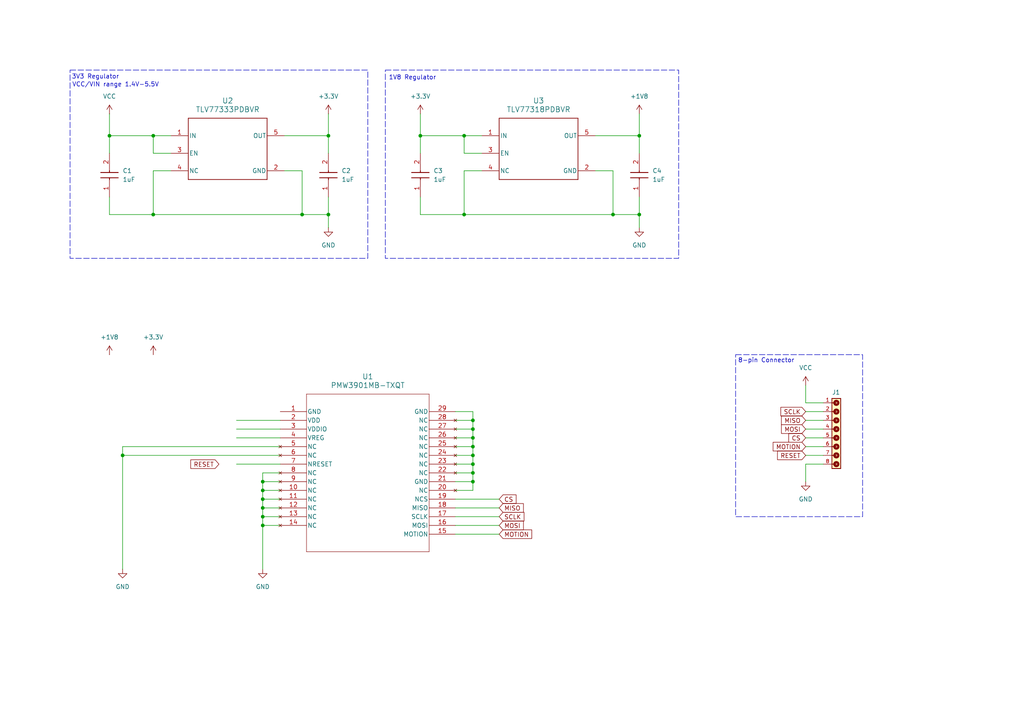
<source format=kicad_sch>
(kicad_sch (version 20250114) (generator "eeschema") (generator_version "9.0")
  (paper "A4")
  (title_block (title "EngEmil PMW3901MB Module") (date "2025-06-07") (rev "1") (company "EngEmil") (comment 1 "Licensed under CERN-OHL-W-2.0"))
  (lib_symbols
    (symbol "engemil_pmw3901mb_module_symbol_library:6130XX11121_61300811121" (pin_names (offset 1.016))
      (property "Reference" "J" (at -10.16 -1.778 0))
      (property "Value" "6130XX11121_61300811121" (at -10.16 -5.08 0))
      (symbol "6130XX11121_61300811121_0_0"
        (rectangle (start -8.89 -2.54) (end 11.43 0) (stroke (width 0.254)) (fill (type background)))
        (circle (center -7.62 -1.27) (radius 0.254) (stroke (width 0.635)))
        (polyline (pts (xy -7.62 -1.27) (xy -7.62 -2.54)) (stroke (width 0.254)))
        (circle (center -5.08 -1.27) (radius 0.254) (stroke (width 0.635)))
        (polyline (pts (xy -5.08 -1.27) (xy -5.08 -2.54)) (stroke (width 0.254)))
        (circle (center -2.54 -1.27) (radius 0.254) (stroke (width 0.635)))
        (polyline (pts (xy -2.54 -1.27) (xy -2.54 -2.54)) (stroke (width 0.254)))
        (polyline (pts (xy 0 -1.27) (xy 0 -2.54)) (stroke (width 0.254)))
        (circle (center 0 -1.27) (radius 0.254) (stroke (width 0.635)))
        (polyline (pts (xy 2.54 -1.27) (xy 2.54 -2.54)) (stroke (width 0.254)))
        (circle (center 2.54 -1.27) (radius 0.254) (stroke (width 0.635)))
        (polyline (pts (xy 5.08 -1.27) (xy 5.08 -2.54)) (stroke (width 0.254)))
        (circle (center 5.08 -1.27) (radius 0.254) (stroke (width 0.635)))
        (polyline (pts (xy 7.62 -1.27) (xy 7.62 -2.54)) (stroke (width 0.254)))
        (circle (center 7.62 -1.27) (radius 0.254) (stroke (width 0.635)))
        (polyline (pts (xy 10.16 -1.27) (xy 10.16 -2.54)) (stroke (width 0.254)))
        (circle (center 10.16 -1.27) (radius 0.254) (stroke (width 0.635)))
        (pin passive line (at -7.62 -5.08 90) (length 2.54) (name "~") (number "1"))
        (pin passive line (at -5.08 -5.08 90) (length 2.54) (name "~") (number "2"))
        (pin passive line (at -2.54 -5.08 90) (length 2.54) (name "~") (number "3"))
        (pin passive line (at 0 -5.08 90) (length 2.54) (name "~") (number "4"))
        (pin passive line (at 2.54 -5.08 90) (length 2.54) (name "~") (number "5"))
        (pin passive line (at 5.08 -5.08 90) (length 2.54) (name "~") (number "6"))
        (pin passive line (at 7.62 -5.08 90) (length 2.54) (name "~") (number "7"))
        (pin passive line (at 10.16 -5.08 90) (length 2.54) (name "~") (number "8"))
      )
    )
    (symbol "engemil_pmw3901mb_module_symbol_library:C0805C105J4RECAUTO7210" (pin_names (hide yes))
      (property "Reference" "C" (at 8.89 6.35 0))
      (property "Value" "C0805C105J4RECAUTO7210" (at 8.89 3.81 0))
      (symbol "C0805C105J4RECAUTO7210_1_1"
        (polyline (pts (xy 5.08 0) (xy 5.588 0)) (stroke (width 0.254)))
        (polyline (pts (xy 5.588 2.54) (xy 5.588 -2.54)) (stroke (width 0.254)))
        (polyline (pts (xy 7.112 2.54) (xy 7.112 -2.54)) (stroke (width 0.254)))
        (polyline (pts (xy 7.112 0) (xy 7.62 0)) (stroke (width 0.254)))
        (pin passive line (at 0 0 0) (length 5.08) (name "1") (number "1"))
        (pin passive line (at 12.7 0 180) (length 5.08) (name "2") (number "2"))
      )
    )
    (symbol "engemil_pmw3901mb_module_symbol_library:PMW3901MB-TXQT" (pin_names (offset 0.254))
      (property "Reference" "U1" (at 25.4 10.16 0))
      (property "Value" "PMW3901MB-TXQT" (at 25.4 7.62 0))
      (symbol "PMW3901MB-TXQT_0_1"
        (polyline (pts (xy 7.62 5.08) (xy 7.62 -40.64)) (stroke (width 0.127)))
        (polyline (pts (xy 7.62 -40.64) (xy 43.18 -40.64)) (stroke (width 0.127)))
        (polyline (pts (xy 43.18 5.08) (xy 7.62 5.08)) (stroke (width 0.127)))
        (polyline (pts (xy 43.18 -40.64) (xy 43.18 5.08)) (stroke (width 0.127)))
        (pin power_out line (at 0 0 0) (length 7.62) (name "GND") (number "1"))
        (pin power_in line (at 0 -2.54 0) (length 7.62) (name "VDD") (number "2"))
        (pin power_in line (at 0 -5.08 0) (length 7.62) (name "VDDIO") (number "3"))
        (pin unspecified line (at 0 -7.62 0) (length 7.62) (name "VREG") (number "4"))
        (pin no_connect line (at 0 -10.16 0) (length 7.62) (name "NC") (number "5"))
        (pin no_connect line (at 0 -12.7 0) (length 7.62) (name "NC") (number "6"))
        (pin unspecified line (at 0 -15.24 0) (length 7.62) (name "NRESET") (number "7"))
        (pin no_connect line (at 0 -17.78 0) (length 7.62) (name "NC") (number "8"))
        (pin no_connect line (at 0 -20.32 0) (length 7.62) (name "NC") (number "9"))
        (pin no_connect line (at 0 -22.86 0) (length 7.62) (name "NC") (number "10"))
        (pin no_connect line (at 0 -25.4 0) (length 7.62) (name "NC") (number "11"))
        (pin no_connect line (at 0 -27.94 0) (length 7.62) (name "NC") (number "12"))
        (pin no_connect line (at 0 -30.48 0) (length 7.62) (name "NC") (number "13"))
        (pin no_connect line (at 0 -33.02 0) (length 7.62) (name "NC") (number "14"))
        (pin power_out line (at 50.8 0 180) (length 7.62) (name "GND") (number "29"))
        (pin no_connect line (at 50.8 -2.54 180) (length 7.62) (name "NC") (number "28"))
        (pin no_connect line (at 50.8 -5.08 180) (length 7.62) (name "NC") (number "27"))
        (pin no_connect line (at 50.8 -7.62 180) (length 7.62) (name "NC") (number "26"))
        (pin no_connect line (at 50.8 -10.16 180) (length 7.62) (name "NC") (number "25"))
        (pin no_connect line (at 50.8 -12.7 180) (length 7.62) (name "NC") (number "24"))
        (pin no_connect line (at 50.8 -15.24 180) (length 7.62) (name "NC") (number "23"))
        (pin no_connect line (at 50.8 -17.78 180) (length 7.62) (name "NC") (number "22"))
        (pin power_out line (at 50.8 -20.32 180) (length 7.62) (name "GND") (number "21"))
        (pin no_connect line (at 50.8 -22.86 180) (length 7.62) (name "NC") (number "20"))
        (pin unspecified line (at 50.8 -27.94 180) (length 7.62) (name "MISO") (number "18"))
        (pin unspecified line (at 50.8 -30.48 180) (length 7.62) (name "SCLK") (number "17"))
        (pin unspecified line (at 50.8 -33.02 180) (length 7.62) (name "MOSI") (number "16"))
        (pin unspecified line (at 50.8 -35.56 180) (length 7.62) (name "MOTION") (number "15"))
      )
      (symbol "PMW3901MB-TXQT_1_1"
        (pin unspecified line (at 50.8 -25.4 180) (length 7.62) (name "NCS") (number "19"))
      )
    )
    (symbol "engemil_pmw3901mb_module_symbol_library:TLV77318PDBVR" (pin_names (offset 0.254))
      (property "Reference" "U" (at 0 2.54 0))
      (property "Value" "TLV77318PDBVR" (at 0 0 0))
      (symbol "TLV77318PDBVR_0_1"
        (polyline (pts (xy 5.08 5.08) (xy 5.08 -12.7)) (stroke (width 0.2032)))
        (polyline (pts (xy 5.08 -12.7) (xy 27.94 -12.7)) (stroke (width 0.2032)))
        (polyline (pts (xy 27.94 5.08) (xy 5.08 5.08)) (stroke (width 0.2032)))
        (polyline (pts (xy 27.94 -12.7) (xy 27.94 5.08)) (stroke (width 0.2032)))
        (pin power_in line (at 0 0 0) (length 5.08) (name "IN") (number "1"))
        (pin input line (at 0 -5.08 0) (length 5.08) (name "EN") (number "3"))
        (pin unspecified line (at 0 -10.16 0) (length 5.08) (name "NC") (number "4"))
        (pin unspecified line (at 33.02 0 180) (length 5.08) (name "OUT") (number "5"))
        (pin power_in line (at 33.02 -10.16 180) (length 5.08) (name "GND") (number "2"))
      )
    )
    (symbol "engemil_pmw3901mb_module_symbol_library:TLV77333PDBVR" (pin_names (offset 0.254))
      (property "Reference" "U" (at 0 2.54 0))
      (property "Value" "TLV77333PDBVR" (at 0 0 0))
      (symbol "TLV77333PDBVR_0_1"
        (polyline (pts (xy 5.08 5.08) (xy 5.08 -12.7)) (stroke (width 0.2032)))
        (polyline (pts (xy 5.08 -12.7) (xy 27.94 -12.7)) (stroke (width 0.2032)))
        (polyline (pts (xy 27.94 5.08) (xy 5.08 5.08)) (stroke (width 0.2032)))
        (polyline (pts (xy 27.94 -12.7) (xy 27.94 5.08)) (stroke (width 0.2032)))
        (pin power_in line (at 0 0 0) (length 5.08) (name "IN") (number "1"))
        (pin input line (at 0 -5.08 0) (length 5.08) (name "EN") (number "3"))
        (pin unspecified line (at 0 -10.16 0) (length 5.08) (name "NC") (number "4"))
        (pin unspecified line (at 33.02 0 180) (length 5.08) (name "OUT") (number "5"))
        (pin power_in line (at 33.02 -10.16 180) (length 5.08) (name "GND") (number "2"))
      )
    )
    (symbol "power:+1V8" (power) (pin_numbers (hide yes)) (pin_names (offset 0) (hide yes))
      (property "Value" "+1V8" (at 0 3.556 0))
      (symbol "+1V8_0_1"
        (polyline (pts (xy -0.762 1.27) (xy 0 2.54)))
        (polyline (pts (xy 0 2.54) (xy 0.762 1.27)))
        (polyline (pts (xy 0 0) (xy 0 2.54)))
      )
      (symbol "+1V8_1_1"
        (pin power_in line (at 0 0 90) (length 0) (name "~") (number "1"))
      )
    )
    (symbol "power:+3.3V" (power) (pin_numbers (hide yes)) (pin_names (offset 0) (hide yes))
      (property "Value" "+3.3V" (at 0 3.556 0))
      (symbol "+3.3V_0_1"
        (polyline (pts (xy -0.762 1.27) (xy 0 2.54)))
        (polyline (pts (xy 0 2.54) (xy 0.762 1.27)))
        (polyline (pts (xy 0 0) (xy 0 2.54)))
      )
      (symbol "+3.3V_1_1"
        (pin power_in line (at 0 0 90) (length 0) (name "~") (number "1"))
      )
    )
    (symbol "power:GND" (power) (pin_numbers (hide yes)) (pin_names (offset 0) (hide yes))
      (property "Value" "GND" (at 0 -3.81 0))
      (symbol "GND_0_1"
        (polyline (pts (xy 0 0) (xy 0 -1.27) (xy 1.27 -1.27) (xy 0 -2.54) (xy -1.27 -1.27) (xy 0 -1.27)))
      )
      (symbol "GND_1_1"
        (pin power_in line (at 0 0 270) (length 0) (name "~") (number "1"))
      )
    )
    (symbol "power:VCC" (power) (pin_numbers (hide yes)) (pin_names (offset 0) (hide yes))
      (property "Value" "VCC" (at 0 3.556 0))
      (symbol "VCC_0_1"
        (polyline (pts (xy -0.762 1.27) (xy 0 2.54)))
        (polyline (pts (xy 0 2.54) (xy 0.762 1.27)))
        (polyline (pts (xy 0 0) (xy 0 2.54)))
      )
      (symbol "VCC_1_1"
        (pin power_in line (at 0 0 90) (length 0) (name "~") (number "1"))
      )
    )
  )
  (rectangle (start 20.32 20.32) (end 106.68 74.93) (stroke (width 0) (type dash)))
  (rectangle (start 111.76 20.32) (end 196.85 74.93) (stroke (width 0) (type dash)))
  (rectangle (start 213.36 102.87) (end 250.19 149.86) (stroke (width 0) (type dash)))
  (text "8-pin Connector" (at 222.25 104.648 0) (effects (font (size 1.27 1.27))))
  (text "3V3 Regulator" (at 27.686 22.352 0) (effects (font (size 1.27 1.27))))
  (text "1V8 Regulator" (at 119.634 22.606 0) (effects (font (size 1.27 1.27))))
  (text "VCC/VIN range 1.4V-5.5V" (at 33.528 24.638 0) (effects (font (size 1.27 1.27))))
  (junction (at 76.2 142.24))
  (junction (at 134.62 62.23))
  (junction (at 87.63 62.23))
  (junction (at 137.16 139.7))
  (junction (at 177.8 62.23))
  (junction (at 134.62 39.37))
  (junction (at 76.2 149.86))
  (junction (at 76.2 139.7))
  (junction (at 185.42 39.37))
  (junction (at 95.25 62.23))
  (junction (at 185.42 62.23))
  (junction (at 137.16 124.46))
  (junction (at 95.25 39.37))
  (junction (at 121.92 39.37))
  (junction (at 31.75 39.37))
  (junction (at 35.56 132.08))
  (junction (at 137.16 134.62))
  (junction (at 76.2 147.32))
  (junction (at 44.45 62.23))
  (junction (at 44.45 39.37))
  (junction (at 76.2 144.78))
  (junction (at 137.16 127))
  (junction (at 76.2 152.4))
  (junction (at 137.16 121.92))
  (junction (at 137.16 129.54))
  (junction (at 137.16 132.08))
  (junction (at 137.16 137.16))
  (wire (pts (xy 137.16 129.54) (xy 137.16 132.08)))
  (wire (pts (xy 76.2 142.24) (xy 76.2 144.78)))
  (wire (pts (xy 76.2 144.78) (xy 81.28 144.78)))
  (wire (pts (xy 95.25 39.37) (xy 95.25 44.45)))
  (wire (pts (xy 137.16 127) (xy 137.16 129.54)))
  (wire (pts (xy 31.75 57.15) (xy 31.75 62.23)))
  (wire (pts (xy 121.92 62.23) (xy 121.92 57.15)))
  (wire (pts (xy 31.75 33.02) (xy 31.75 39.37)))
  (wire (pts (xy 132.08 152.4) (xy 144.78 152.4)))
  (wire (pts (xy 44.45 49.53) (xy 44.45 62.23)))
  (wire (pts (xy 132.08 129.54) (xy 137.16 129.54)))
  (wire (pts (xy 76.2 147.32) (xy 76.2 149.86)))
  (wire (pts (xy 137.16 124.46) (xy 137.16 127)))
  (wire (pts (xy 76.2 149.86) (xy 81.28 149.86)))
  (wire (pts (xy 134.62 62.23) (xy 121.92 62.23)))
  (wire (pts (xy 95.25 62.23) (xy 95.25 57.15)))
  (wire (pts (xy 68.58 121.92) (xy 81.28 121.92)))
  (wire (pts (xy 139.7 44.45) (xy 134.62 44.45)))
  (wire (pts (xy 76.2 152.4) (xy 76.2 165.1)))
  (wire (pts (xy 132.08 137.16) (xy 137.16 137.16)))
  (wire (pts (xy 76.2 137.16) (xy 76.2 139.7)))
  (wire (pts (xy 82.55 39.37) (xy 95.25 39.37)))
  (wire (pts (xy 132.08 154.94) (xy 144.78 154.94)))
  (wire (pts (xy 137.16 137.16) (xy 137.16 139.7)))
  (wire (pts (xy 44.45 62.23) (xy 87.63 62.23)))
  (wire (pts (xy 132.08 121.92) (xy 137.16 121.92)))
  (wire (pts (xy 132.08 124.46) (xy 137.16 124.46)))
  (wire (pts (xy 132.08 139.7) (xy 137.16 139.7)))
  (wire (pts (xy 172.72 49.53) (xy 177.8 49.53)))
  (wire (pts (xy 233.68 129.54) (xy 238.76 129.54)))
  (wire (pts (xy 185.42 62.23) (xy 185.42 66.04)))
  (wire (pts (xy 31.75 62.23) (xy 44.45 62.23)))
  (wire (pts (xy 76.2 149.86) (xy 76.2 152.4)))
  (wire (pts (xy 132.08 149.86) (xy 144.78 149.86)))
  (wire (pts (xy 185.42 44.45) (xy 185.42 39.37)))
  (wire (pts (xy 68.58 124.46) (xy 81.28 124.46)))
  (wire (pts (xy 132.08 132.08) (xy 137.16 132.08)))
  (wire (pts (xy 134.62 39.37) (xy 139.7 39.37)))
  (wire (pts (xy 137.16 121.92) (xy 137.16 124.46)))
  (wire (pts (xy 233.68 111.76) (xy 233.68 116.84)))
  (wire (pts (xy 177.8 62.23) (xy 185.42 62.23)))
  (wire (pts (xy 185.42 33.02) (xy 185.42 39.37)))
  (wire (pts (xy 76.2 142.24) (xy 81.28 142.24)))
  (wire (pts (xy 137.16 134.62) (xy 137.16 137.16)))
  (wire (pts (xy 185.42 57.15) (xy 185.42 62.23)))
  (wire (pts (xy 185.42 39.37) (xy 172.72 39.37)))
  (wire (pts (xy 35.56 132.08) (xy 35.56 165.1)))
  (wire (pts (xy 233.68 127) (xy 238.76 127)))
  (wire (pts (xy 31.75 39.37) (xy 44.45 39.37)))
  (wire (pts (xy 76.2 144.78) (xy 76.2 147.32)))
  (wire (pts (xy 177.8 49.53) (xy 177.8 62.23)))
  (wire (pts (xy 137.16 142.24) (xy 132.08 142.24)))
  (wire (pts (xy 35.56 132.08) (xy 81.28 132.08)))
  (wire (pts (xy 31.75 39.37) (xy 31.75 44.45)))
  (wire (pts (xy 68.58 134.62) (xy 81.28 134.62)))
  (wire (pts (xy 137.16 132.08) (xy 137.16 134.62)))
  (wire (pts (xy 95.25 62.23) (xy 95.25 66.04)))
  (wire (pts (xy 49.53 44.45) (xy 44.45 44.45)))
  (wire (pts (xy 233.68 119.38) (xy 238.76 119.38)))
  (wire (pts (xy 139.7 49.53) (xy 134.62 49.53)))
  (wire (pts (xy 238.76 116.84) (xy 233.68 116.84)))
  (wire (pts (xy 81.28 129.54) (xy 35.56 129.54)))
  (wire (pts (xy 95.25 62.23) (xy 87.63 62.23)))
  (wire (pts (xy 132.08 127) (xy 137.16 127)))
  (wire (pts (xy 76.2 139.7) (xy 76.2 142.24)))
  (wire (pts (xy 134.62 49.53) (xy 134.62 62.23)))
  (wire (pts (xy 76.2 139.7) (xy 81.28 139.7)))
  (wire (pts (xy 76.2 147.32) (xy 81.28 147.32)))
  (wire (pts (xy 132.08 144.78) (xy 144.78 144.78)))
  (wire (pts (xy 81.28 137.16) (xy 76.2 137.16)))
  (wire (pts (xy 233.68 132.08) (xy 238.76 132.08)))
  (wire (pts (xy 82.55 49.53) (xy 87.63 49.53)))
  (wire (pts (xy 68.58 127) (xy 81.28 127)))
  (wire (pts (xy 132.08 134.62) (xy 137.16 134.62)))
  (wire (pts (xy 44.45 39.37) (xy 49.53 39.37)))
  (wire (pts (xy 121.92 39.37) (xy 121.92 44.45)))
  (wire (pts (xy 76.2 152.4) (xy 81.28 152.4)))
  (wire (pts (xy 121.92 33.02) (xy 121.92 39.37)))
  (wire (pts (xy 132.08 119.38) (xy 137.16 119.38)))
  (wire (pts (xy 132.08 147.32) (xy 144.78 147.32)))
  (wire (pts (xy 95.25 33.02) (xy 95.25 39.37)))
  (wire (pts (xy 233.68 134.62) (xy 233.68 139.7)))
  (wire (pts (xy 44.45 49.53) (xy 49.53 49.53)))
  (wire (pts (xy 44.45 44.45) (xy 44.45 39.37)))
  (wire (pts (xy 137.16 119.38) (xy 137.16 121.92)))
  (wire (pts (xy 137.16 139.7) (xy 137.16 142.24)))
  (wire (pts (xy 233.68 121.92) (xy 238.76 121.92)))
  (wire (pts (xy 238.76 134.62) (xy 233.68 134.62)))
  (wire (pts (xy 35.56 129.54) (xy 35.56 132.08)))
  (wire (pts (xy 134.62 39.37) (xy 134.62 44.45)))
  (wire (pts (xy 177.8 62.23) (xy 134.62 62.23)))
  (wire (pts (xy 233.68 124.46) (xy 238.76 124.46)))
  (wire (pts (xy 121.92 39.37) (xy 134.62 39.37)))
  (wire (pts (xy 87.63 49.53) (xy 87.63 62.23)))
  (global_label "MOTION" (shape input) (at 144.78 154.94 0) (property "Intersheetrefs" "${INTERSHEET_REFS}" (effects (hide yes))))
  (global_label "SCLK" (shape input) (at 144.78 149.86 0) (property "Intersheetrefs" "${INTERSHEET_REFS}" (effects (hide yes))))
  (global_label "RESET" (shape input) (at 63.5 134.62 180) (property "Intersheetrefs" "${INTERSHEET_REFS}" (effects (hide yes))))
  (global_label "MOSI" (shape input) (at 233.68 124.46 180) (property "Intersheetrefs" "${INTERSHEET_REFS}" (effects (hide yes))))
  (global_label "MOTION" (shape input) (at 233.68 129.54 180) (property "Intersheetrefs" "${INTERSHEET_REFS}" (effects (hide yes))))
  (global_label "MISO" (shape input) (at 144.78 147.32 0) (property "Intersheetrefs" "${INTERSHEET_REFS}" (effects (hide yes))))
  (global_label "MISO" (shape input) (at 233.68 121.92 180) (property "Intersheetrefs" "${INTERSHEET_REFS}" (effects (hide yes))))
  (global_label "SCLK" (shape input) (at 233.68 119.38 180) (property "Intersheetrefs" "${INTERSHEET_REFS}" (effects (hide yes))))
  (global_label "RESET" (shape input) (at 233.68 132.08 180) (property "Intersheetrefs" "${INTERSHEET_REFS}" (effects (hide yes))))
  (global_label "CS" (shape input) (at 144.78 144.78 0) (property "Intersheetrefs" "${INTERSHEET_REFS}" (effects (hide yes))))
  (global_label "CS" (shape input) (at 233.68 127 180) (property "Intersheetrefs" "${INTERSHEET_REFS}" (effects (hide yes))))
  (global_label "MOSI" (shape input) (at 144.78 152.4 0) (property "Intersheetrefs" "${INTERSHEET_REFS}" (effects (hide yes))))
  (symbol (lib_id "power:VCC") (at 31.75 33.02 0) (unit 1)
    (property "Reference" "#PWR02" (effects (hide yes)))
    (property "Value" "VCC" (at 31.75 27.94 0))
    (property "Description" "Power symbol creates a global label with name \"VCC\"" (effects (hide yes)))
  )
  (symbol (lib_id "power:GND") (at 76.2 165.1 0) (unit 1)
    (property "Reference" "#PWR09" (effects (hide yes)))
    (property "Value" "GND" (at 76.2 170.18 0))
    (property "Description" "Power symbol creates a global label with name \"GND\" , ground" (effects (hide yes)))
  )
  (symbol (lib_id "power:GND") (at 233.68 139.7 0) (unit 1)
    (property "Reference" "#PWR011" (effects (hide yes)))
    (property "Value" "GND" (at 233.68 144.78 0))
    (property "Description" "Power symbol creates a global label with name \"GND\" , ground" (effects (hide yes)))
  )
  (symbol (lib_id "power:+1V8") (at 31.75 102.87 0) (unit 1)
    (property "Reference" "#PWR08" (effects (hide yes)))
    (property "Value" "+1V8" (at 31.75 97.79 0))
    (property "Description" "Power symbol creates a global label with name \"+1V8\"" (effects (hide yes)))
  )
  (symbol (lib_id "engemil_pmw3901mb_module_symbol_library:PMW3901MB-TXQT") (at 81.28 119.38 0) (unit 1)
    (property "Reference" "U1" (at 106.68 109.22 0) (effects (font (size 1.524 1.524))))
    (property "Value" "PMW3901MB-TXQT" (at 106.68 111.76 0) (effects (font (size 1.524 1.524))))
    (property "Footprint" "QFN_01MB-TXQT_PIX" (effects (hide yes)))
    (property "Datasheet" "PMW3901MB-TXQT" (effects (hide yes)))
  )
  (symbol (lib_id "power:GND") (at 95.25 66.04 0) (unit 1)
    (property "Reference" "#PWR03" (effects (hide yes)))
    (property "Value" "GND" (at 95.25 71.12 0))
    (property "Description" "Power symbol creates a global label with name \"GND\" , ground" (effects (hide yes)))
  )
  (symbol (lib_id "engemil_pmw3901mb_module_symbol_library:C0805C105J4RECAUTO7210") (at 31.75 57.15 90) (unit 1)
    (property "Reference" "C1" (at 35.56 49.5299 90) (effects (justify right)))
    (property "Value" "1uF" (at 35.56 52.0699 90) (effects (justify right)))
    (property "Footprint" "engemil_pmw3901mb_module_footprint_library:C0805" (effects (hide yes)))
    (property "Datasheet" "https://content.kemet.com/datasheets/KEM_C1090_X7R_ESD.pdf" (effects (hide yes)))
    (property "Description" "ESD SMD Auto X7R, Ceramic, 1 uF, 5%, 16 VDC, 40 VDC, 125C, -55C, X7R, SMD, MLCC, Temperature Stable, Electro Static Discharge, Automotive Grade, 3.5 % , 500 MOhms, 21 mg, 0805, 2mm, 1.25mm, 1.25mm, 0.75mm, 0.5mm, 10000, 78  Weeks, 80" (effects (hide yes)))
    (property "Height" "1.1" (effects (hide yes)))
    (property "Mouser Part Number" "80-C0805C105J4REAULR" (effects (hide yes)))
    (property "Mouser Price/Stock" "https://www.mouser.co.uk/ProductDetail/KEMET/C0805C105J4RECAUTO7210?qs=55YtniHzbhDbyzfJO59W6Q%3D%3D" (effects (hide yes)))
    (property "Manufacturer_Name" "KEMET" (effects (hide yes)))
    (property "Manufacturer_Part_Number" "C0805C105J4RECAUTO7210" (effects (hide yes)))
  )
  (symbol (lib_id "power:GND") (at 35.56 165.1 0) (unit 1)
    (property "Reference" "#PWR010" (effects (hide yes)))
    (property "Value" "GND" (at 35.56 170.18 0))
    (property "Description" "Power symbol creates a global label with name \"GND\" , ground" (effects (hide yes)))
  )
  (symbol (lib_id "engemil_pmw3901mb_module_symbol_library:6130XX11121_61300811121") (at 243.84 124.46 270) (unit 1)
    (property "Reference" "J1" (at 241.3 113.792 90) (effects (justify left)))
    (property "Value" "6130XX11121" (effects (hide yes)))
    (property "Footprint" "engemil_pmw3901mb_module_footprint_library:61300811121" (effects (hide yes)))
  )
  (symbol (lib_id "engemil_pmw3901mb_module_symbol_library:TLV77318PDBVR") (at 139.7 39.37 0) (unit 1)
    (property "Reference" "U3" (at 156.21 29.21 0) (effects (font (size 1.524 1.524))))
    (property "Value" "TLV77318PDBVR" (at 156.21 31.75 0) (effects (font (size 1.524 1.524))))
    (property "Footprint" "DBV0005A-IPC_A" (effects (hide yes)))
    (property "Datasheet" "TLV77318PDBVR" (effects (hide yes)))
  )
  (symbol (lib_id "power:+3.3V") (at 95.25 33.02 0) (unit 1)
    (property "Reference" "#PWR01" (effects (hide yes)))
    (property "Value" "+3.3V" (at 95.25 27.94 0))
    (property "Description" "Power symbol creates a global label with name \"+3.3V\"" (effects (hide yes)))
  )
  (symbol (lib_id "power:+1V8") (at 185.42 33.02 0) (unit 1)
    (property "Reference" "#PWR06" (effects (hide yes)))
    (property "Value" "+1V8" (at 185.42 27.94 0))
    (property "Description" "Power symbol creates a global label with name \"+1V8\"" (effects (hide yes)))
  )
  (symbol (lib_id "power:+3.3V") (at 121.92 33.02 0) (unit 1)
    (property "Reference" "#PWR05" (effects (hide yes)))
    (property "Value" "+3.3V" (at 121.92 27.94 0))
    (property "Description" "Power symbol creates a global label with name \"+3.3V\"" (effects (hide yes)))
  )
  (symbol (lib_id "engemil_pmw3901mb_module_symbol_library:C0805C105J4RECAUTO7210") (at 185.42 57.15 90) (unit 1)
    (property "Reference" "C4" (at 189.23 49.5299 90) (effects (justify right)))
    (property "Value" "1uF" (at 189.23 52.0699 90) (effects (justify right)))
    (property "Footprint" "engemil_pmw3901mb_module_footprint_library:C0805" (effects (hide yes)))
    (property "Datasheet" "https://content.kemet.com/datasheets/KEM_C1090_X7R_ESD.pdf" (effects (hide yes)))
    (property "Description" "ESD SMD Auto X7R, Ceramic, 1 uF, 5%, 16 VDC, 40 VDC, 125C, -55C, X7R, SMD, MLCC, Temperature Stable, Electro Static Discharge, Automotive Grade, 3.5 % , 500 MOhms, 21 mg, 0805, 2mm, 1.25mm, 1.25mm, 0.75mm, 0.5mm, 10000, 78  Weeks, 80" (effects (hide yes)))
    (property "Height" "1.1" (effects (hide yes)))
    (property "Mouser Part Number" "80-C0805C105J4REAULR" (effects (hide yes)))
    (property "Mouser Price/Stock" "https://www.mouser.co.uk/ProductDetail/KEMET/C0805C105J4RECAUTO7210?qs=55YtniHzbhDbyzfJO59W6Q%3D%3D" (effects (hide yes)))
    (property "Manufacturer_Name" "KEMET" (effects (hide yes)))
    (property "Manufacturer_Part_Number" "C0805C105J4RECAUTO7210" (effects (hide yes)))
  )
  (symbol (lib_id "engemil_pmw3901mb_module_symbol_library:C0805C105J4RECAUTO7210") (at 121.92 57.15 90) (unit 1)
    (property "Reference" "C3" (at 125.73 49.5299 90) (effects (justify right)))
    (property "Value" "1uF" (at 125.73 52.0699 90) (effects (justify right)))
    (property "Footprint" "engemil_pmw3901mb_module_footprint_library:C0805" (effects (hide yes)))
    (property "Datasheet" "https://content.kemet.com/datasheets/KEM_C1090_X7R_ESD.pdf" (effects (hide yes)))
    (property "Description" "ESD SMD Auto X7R, Ceramic, 1 uF, 5%, 16 VDC, 40 VDC, 125C, -55C, X7R, SMD, MLCC, Temperature Stable, Electro Static Discharge, Automotive Grade, 3.5 % , 500 MOhms, 21 mg, 0805, 2mm, 1.25mm, 1.25mm, 0.75mm, 0.5mm, 10000, 78  Weeks, 80" (effects (hide yes)))
    (property "Height" "1.1" (effects (hide yes)))
    (property "Mouser Part Number" "80-C0805C105J4REAULR" (effects (hide yes)))
    (property "Mouser Price/Stock" "https://www.mouser.co.uk/ProductDetail/KEMET/C0805C105J4RECAUTO7210?qs=55YtniHzbhDbyzfJO59W6Q%3D%3D" (effects (hide yes)))
    (property "Manufacturer_Name" "KEMET" (effects (hide yes)))
    (property "Manufacturer_Part_Number" "C0805C105J4RECAUTO7210" (effects (hide yes)))
  )
  (symbol (lib_id "engemil_pmw3901mb_module_symbol_library:TLV77333PDBVR") (at 49.53 39.37 0) (unit 1)
    (property "Reference" "U2" (at 66.04 29.21 0) (effects (font (size 1.524 1.524))))
    (property "Value" "TLV77333PDBVR" (at 66.04 31.75 0) (effects (font (size 1.524 1.524))))
    (property "Footprint" "DBV0005A-IPC_A" (effects (hide yes)))
    (property "Datasheet" "TLV77333PDBVR" (effects (hide yes)))
  )
  (symbol (lib_id "engemil_pmw3901mb_module_symbol_library:C0805C105J4RECAUTO7210") (at 95.25 57.15 90) (unit 1)
    (property "Reference" "C2" (at 99.06 49.5299 90) (effects (justify right)))
    (property "Value" "1uF" (at 99.06 52.0699 90) (effects (justify right)))
    (property "Footprint" "engemil_pmw3901mb_module_footprint_library:C0805" (effects (hide yes)))
    (property "Datasheet" "https://content.kemet.com/datasheets/KEM_C1090_X7R_ESD.pdf" (effects (hide yes)))
    (property "Description" "ESD SMD Auto X7R, Ceramic, 1 uF, 5%, 16 VDC, 40 VDC, 125C, -55C, X7R, SMD, MLCC, Temperature Stable, Electro Static Discharge, Automotive Grade, 3.5 % , 500 MOhms, 21 mg, 0805, 2mm, 1.25mm, 1.25mm, 0.75mm, 0.5mm, 10000, 78  Weeks, 80" (effects (hide yes)))
    (property "Height" "1.1" (effects (hide yes)))
    (property "Mouser Part Number" "80-C0805C105J4REAULR" (effects (hide yes)))
    (property "Mouser Price/Stock" "https://www.mouser.co.uk/ProductDetail/KEMET/C0805C105J4RECAUTO7210?qs=55YtniHzbhDbyzfJO59W6Q%3D%3D" (effects (hide yes)))
    (property "Manufacturer_Name" "KEMET" (effects (hide yes)))
    (property "Manufacturer_Part_Number" "C0805C105J4RECAUTO7210" (effects (hide yes)))
  )
  (symbol (lib_id "power:GND") (at 185.42 66.04 0) (unit 1)
    (property "Reference" "#PWR04" (effects (hide yes)))
    (property "Value" "GND" (at 185.42 71.12 0))
    (property "Description" "Power symbol creates a global label with name \"GND\" , ground" (effects (hide yes)))
  )
  (symbol (lib_id "power:+3.3V") (at 44.45 102.87 0) (unit 1)
    (property "Reference" "#PWR07" (effects (hide yes)))
    (property "Value" "+3.3V" (at 44.45 97.79 0))
    (property "Description" "Power symbol creates a global label with name \"+3.3V\"" (effects (hide yes)))
  )
  (symbol (lib_id "power:VCC") (at 233.68 111.76 0) (unit 1)
    (property "Reference" "#PWR012" (effects (hide yes)))
    (property "Value" "VCC" (at 233.68 106.68 0))
    (property "Description" "Power symbol creates a global label with name \"VCC\"" (effects (hide yes)))
  )
)
</source>
